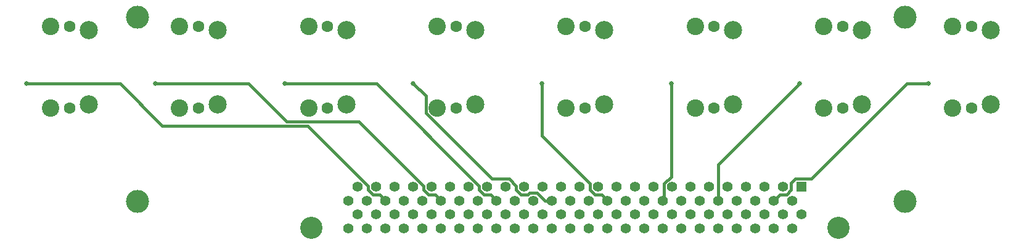
<source format=gbl>
%FSLAX25Y25*%
%MOIN*%
G70*
G01*
G75*
G04 Layer_Physical_Order=2*
G04 Layer_Color=16711680*
%ADD10R,0.07874X0.01969*%
%ADD11C,0.01500*%
%ADD12C,0.06299*%
%ADD13C,0.12500*%
%ADD14C,0.05500*%
%ADD15R,0.05500X0.05500*%
%ADD16C,0.09843*%
%ADD17C,0.09449*%
%ADD18C,0.12000*%
%ADD19C,0.02500*%
D11*
X700760Y393900D02*
X712700D01*
X635768Y333700D02*
X638287Y336219D01*
X632187Y333700D02*
X635768D01*
X649160Y342300D02*
X700760Y393900D01*
X640595Y342300D02*
X649160D01*
X638287Y339992D02*
X640595Y342300D01*
X638287Y336219D02*
Y339992D01*
X628987Y330500D02*
X632187Y333700D01*
X598987Y349987D02*
X643000Y394000D01*
X598987Y330500D02*
Y349987D01*
X573400Y343494D02*
Y393900D01*
X569687Y339781D02*
X573400Y343494D01*
X569687Y331200D02*
Y339781D01*
X568987Y330500D02*
X569687Y331200D01*
X503700Y365787D02*
Y394000D01*
Y365787D02*
X529687Y339800D01*
Y336219D02*
Y339800D01*
Y336219D02*
X532206Y333700D01*
X535787D01*
X538987Y330500D01*
X434000Y394000D02*
X440737Y387263D01*
Y377999D02*
Y387263D01*
X489687Y336219D02*
X492206Y333700D01*
X495768D01*
X496868Y334800D01*
X500768D01*
X505068Y330500D01*
X440737Y377999D02*
X476437Y342300D01*
X485768D01*
X489687Y338381D01*
Y336219D02*
Y338381D01*
X505068Y330500D02*
X508987D01*
X364400Y394000D02*
X414068D01*
X469687Y338381D01*
Y336219D02*
Y338381D01*
Y336219D02*
X472206Y333700D01*
X475787D01*
X478987Y330500D01*
X294700Y394000D02*
X344900D01*
X365500Y373400D01*
X445787Y333700D02*
X448987Y330500D01*
X442206Y333700D02*
X445787D01*
X439687Y336219D02*
X442206Y333700D01*
X439687Y336219D02*
Y338381D01*
X404668Y373400D02*
X439687Y338381D01*
X365500Y373400D02*
X404668D01*
X225000Y394000D02*
X275400D01*
X298300Y371100D01*
X376968D01*
X409687Y338381D01*
Y336219D02*
Y338381D01*
Y336219D02*
X412206Y333700D01*
X415787D01*
X418987Y330500D01*
D12*
X248248Y424890D02*
D03*
Y380795D02*
D03*
X317953D02*
D03*
Y424890D02*
D03*
X387650D02*
D03*
Y380795D02*
D03*
X457248D02*
D03*
Y424890D02*
D03*
X526953D02*
D03*
Y380795D02*
D03*
X596650D02*
D03*
Y424890D02*
D03*
X666248D02*
D03*
Y380795D02*
D03*
X735953D02*
D03*
Y424890D02*
D03*
D13*
X699984Y430038D02*
D03*
Y330038D02*
D03*
X284984D02*
D03*
Y429938D02*
D03*
D14*
X398987Y315500D02*
D03*
X408987D02*
D03*
X418987D02*
D03*
X428987D02*
D03*
X438987D02*
D03*
X403987Y323000D02*
D03*
X413987D02*
D03*
X423987D02*
D03*
X433987D02*
D03*
X443987D02*
D03*
X398987Y330500D02*
D03*
X408987D02*
D03*
X418987D02*
D03*
X428987D02*
D03*
X438987D02*
D03*
X448987D02*
D03*
X403987Y338000D02*
D03*
X413987D02*
D03*
X423987D02*
D03*
X433987D02*
D03*
X643987Y323000D02*
D03*
X633987D02*
D03*
X638987Y315500D02*
D03*
X633987Y338000D02*
D03*
X623987D02*
D03*
X613987D02*
D03*
X603987D02*
D03*
X593987D02*
D03*
X583987D02*
D03*
X573987D02*
D03*
X563987D02*
D03*
X553987D02*
D03*
X543987D02*
D03*
X533987D02*
D03*
X523987D02*
D03*
X513987D02*
D03*
X503987D02*
D03*
X493987D02*
D03*
X483987D02*
D03*
X473987D02*
D03*
X463987D02*
D03*
X453987D02*
D03*
X443987D02*
D03*
X638987Y330500D02*
D03*
X628987D02*
D03*
X618987D02*
D03*
X608987D02*
D03*
X598987D02*
D03*
X588987D02*
D03*
X578987D02*
D03*
X568987D02*
D03*
X558987D02*
D03*
X548987D02*
D03*
X538987D02*
D03*
X528987D02*
D03*
X518987D02*
D03*
X508987D02*
D03*
X498987D02*
D03*
X488987D02*
D03*
X478987D02*
D03*
X468987D02*
D03*
X458987D02*
D03*
X623987Y323000D02*
D03*
X613987D02*
D03*
X603987D02*
D03*
X593987D02*
D03*
X583987D02*
D03*
X573987D02*
D03*
X563987D02*
D03*
X553987D02*
D03*
X543987D02*
D03*
X533987D02*
D03*
X523987D02*
D03*
X513987D02*
D03*
X503987D02*
D03*
X493987D02*
D03*
X483987D02*
D03*
X473987D02*
D03*
X463987D02*
D03*
X453987D02*
D03*
X628987Y315500D02*
D03*
X618987D02*
D03*
X608987D02*
D03*
X598987D02*
D03*
X588987D02*
D03*
X578987D02*
D03*
X568987D02*
D03*
X558987D02*
D03*
X548987D02*
D03*
X538987D02*
D03*
X528987D02*
D03*
X518987D02*
D03*
X508987D02*
D03*
X498987D02*
D03*
X488987D02*
D03*
X478987D02*
D03*
X468987D02*
D03*
X458987D02*
D03*
X448987D02*
D03*
D15*
X643987Y338000D02*
D03*
D16*
X258484Y423118D02*
D03*
Y382567D02*
D03*
X328189D02*
D03*
Y423118D02*
D03*
X397886D02*
D03*
Y382567D02*
D03*
X467484D02*
D03*
Y423118D02*
D03*
X537189D02*
D03*
Y382567D02*
D03*
X606886D02*
D03*
Y423118D02*
D03*
X676484D02*
D03*
Y382567D02*
D03*
X746189D02*
D03*
Y423118D02*
D03*
D17*
X238012Y425087D02*
D03*
Y380598D02*
D03*
X307716D02*
D03*
Y425087D02*
D03*
X377413D02*
D03*
Y380598D02*
D03*
X447012D02*
D03*
Y425087D02*
D03*
X516716D02*
D03*
Y380598D02*
D03*
X586413D02*
D03*
Y425087D02*
D03*
X656012D02*
D03*
Y380598D02*
D03*
X725716D02*
D03*
Y425087D02*
D03*
D18*
X378987Y315550D02*
D03*
X663987D02*
D03*
D19*
X712700Y393900D02*
D03*
X643000Y394000D02*
D03*
X573400Y393900D02*
D03*
X503700Y394000D02*
D03*
X434000D02*
D03*
X364400D02*
D03*
X294700D02*
D03*
X225000D02*
D03*
M02*

</source>
